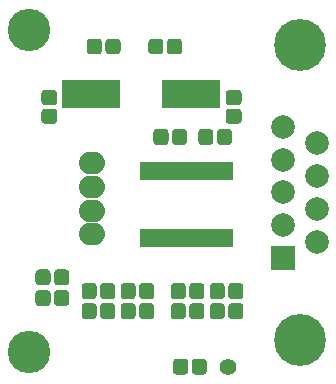
<source format=gts>
G04 #@! TF.GenerationSoftware,KiCad,Pcbnew,(5.1.2)-1*
G04 #@! TF.CreationDate,2019-11-04T01:50:09+09:00*
G04 #@! TF.ProjectId,IR,49522e6b-6963-4616-945f-706362585858,v1.1*
G04 #@! TF.SameCoordinates,Original*
G04 #@! TF.FileFunction,Soldermask,Top*
G04 #@! TF.FilePolarity,Negative*
%FSLAX46Y46*%
G04 Gerber Fmt 4.6, Leading zero omitted, Abs format (unit mm)*
G04 Created by KiCad (PCBNEW (5.1.2)-1) date 2019-11-04 01:50:09*
%MOMM*%
%LPD*%
G04 APERTURE LIST*
%ADD10C,3.600000*%
%ADD11O,2.200000X1.924000*%
%ADD12C,0.050000*%
%ADD13C,1.275000*%
%ADD14R,4.900000X2.400000*%
%ADD15C,1.400000*%
%ADD16R,0.800000X1.500000*%
%ADD17R,2.000000X2.000000*%
%ADD18C,2.000000*%
%ADD19C,4.400000*%
G04 APERTURE END LIST*
D10*
X179900000Y-124000000D03*
X179900000Y-96700000D03*
D11*
X185200000Y-114000000D03*
X185200000Y-112000000D03*
X185200000Y-110000000D03*
X185200000Y-108000000D03*
D12*
G36*
X192975493Y-105076535D02*
G01*
X193006435Y-105081125D01*
X193036778Y-105088725D01*
X193066230Y-105099263D01*
X193094508Y-105112638D01*
X193121338Y-105128719D01*
X193146463Y-105147353D01*
X193169640Y-105168360D01*
X193190647Y-105191537D01*
X193209281Y-105216662D01*
X193225362Y-105243492D01*
X193238737Y-105271770D01*
X193249275Y-105301222D01*
X193256875Y-105331565D01*
X193261465Y-105362507D01*
X193263000Y-105393750D01*
X193263000Y-106106250D01*
X193261465Y-106137493D01*
X193256875Y-106168435D01*
X193249275Y-106198778D01*
X193238737Y-106228230D01*
X193225362Y-106256508D01*
X193209281Y-106283338D01*
X193190647Y-106308463D01*
X193169640Y-106331640D01*
X193146463Y-106352647D01*
X193121338Y-106371281D01*
X193094508Y-106387362D01*
X193066230Y-106400737D01*
X193036778Y-106411275D01*
X193006435Y-106418875D01*
X192975493Y-106423465D01*
X192944250Y-106425000D01*
X192306750Y-106425000D01*
X192275507Y-106423465D01*
X192244565Y-106418875D01*
X192214222Y-106411275D01*
X192184770Y-106400737D01*
X192156492Y-106387362D01*
X192129662Y-106371281D01*
X192104537Y-106352647D01*
X192081360Y-106331640D01*
X192060353Y-106308463D01*
X192041719Y-106283338D01*
X192025638Y-106256508D01*
X192012263Y-106228230D01*
X192001725Y-106198778D01*
X191994125Y-106168435D01*
X191989535Y-106137493D01*
X191988000Y-106106250D01*
X191988000Y-105393750D01*
X191989535Y-105362507D01*
X191994125Y-105331565D01*
X192001725Y-105301222D01*
X192012263Y-105271770D01*
X192025638Y-105243492D01*
X192041719Y-105216662D01*
X192060353Y-105191537D01*
X192081360Y-105168360D01*
X192104537Y-105147353D01*
X192129662Y-105128719D01*
X192156492Y-105112638D01*
X192184770Y-105099263D01*
X192214222Y-105088725D01*
X192244565Y-105081125D01*
X192275507Y-105076535D01*
X192306750Y-105075000D01*
X192944250Y-105075000D01*
X192975493Y-105076535D01*
X192975493Y-105076535D01*
G37*
D13*
X192625500Y-105750000D03*
D12*
G36*
X191400493Y-105076535D02*
G01*
X191431435Y-105081125D01*
X191461778Y-105088725D01*
X191491230Y-105099263D01*
X191519508Y-105112638D01*
X191546338Y-105128719D01*
X191571463Y-105147353D01*
X191594640Y-105168360D01*
X191615647Y-105191537D01*
X191634281Y-105216662D01*
X191650362Y-105243492D01*
X191663737Y-105271770D01*
X191674275Y-105301222D01*
X191681875Y-105331565D01*
X191686465Y-105362507D01*
X191688000Y-105393750D01*
X191688000Y-106106250D01*
X191686465Y-106137493D01*
X191681875Y-106168435D01*
X191674275Y-106198778D01*
X191663737Y-106228230D01*
X191650362Y-106256508D01*
X191634281Y-106283338D01*
X191615647Y-106308463D01*
X191594640Y-106331640D01*
X191571463Y-106352647D01*
X191546338Y-106371281D01*
X191519508Y-106387362D01*
X191491230Y-106400737D01*
X191461778Y-106411275D01*
X191431435Y-106418875D01*
X191400493Y-106423465D01*
X191369250Y-106425000D01*
X190731750Y-106425000D01*
X190700507Y-106423465D01*
X190669565Y-106418875D01*
X190639222Y-106411275D01*
X190609770Y-106400737D01*
X190581492Y-106387362D01*
X190554662Y-106371281D01*
X190529537Y-106352647D01*
X190506360Y-106331640D01*
X190485353Y-106308463D01*
X190466719Y-106283338D01*
X190450638Y-106256508D01*
X190437263Y-106228230D01*
X190426725Y-106198778D01*
X190419125Y-106168435D01*
X190414535Y-106137493D01*
X190413000Y-106106250D01*
X190413000Y-105393750D01*
X190414535Y-105362507D01*
X190419125Y-105331565D01*
X190426725Y-105301222D01*
X190437263Y-105271770D01*
X190450638Y-105243492D01*
X190466719Y-105216662D01*
X190485353Y-105191537D01*
X190506360Y-105168360D01*
X190529537Y-105147353D01*
X190554662Y-105128719D01*
X190581492Y-105112638D01*
X190609770Y-105099263D01*
X190639222Y-105088725D01*
X190669565Y-105081125D01*
X190700507Y-105076535D01*
X190731750Y-105075000D01*
X191369250Y-105075000D01*
X191400493Y-105076535D01*
X191400493Y-105076535D01*
G37*
D13*
X191050500Y-105750000D03*
D12*
G36*
X197587493Y-101788535D02*
G01*
X197618435Y-101793125D01*
X197648778Y-101800725D01*
X197678230Y-101811263D01*
X197706508Y-101824638D01*
X197733338Y-101840719D01*
X197758463Y-101859353D01*
X197781640Y-101880360D01*
X197802647Y-101903537D01*
X197821281Y-101928662D01*
X197837362Y-101955492D01*
X197850737Y-101983770D01*
X197861275Y-102013222D01*
X197868875Y-102043565D01*
X197873465Y-102074507D01*
X197875000Y-102105750D01*
X197875000Y-102743250D01*
X197873465Y-102774493D01*
X197868875Y-102805435D01*
X197861275Y-102835778D01*
X197850737Y-102865230D01*
X197837362Y-102893508D01*
X197821281Y-102920338D01*
X197802647Y-102945463D01*
X197781640Y-102968640D01*
X197758463Y-102989647D01*
X197733338Y-103008281D01*
X197706508Y-103024362D01*
X197678230Y-103037737D01*
X197648778Y-103048275D01*
X197618435Y-103055875D01*
X197587493Y-103060465D01*
X197556250Y-103062000D01*
X196843750Y-103062000D01*
X196812507Y-103060465D01*
X196781565Y-103055875D01*
X196751222Y-103048275D01*
X196721770Y-103037737D01*
X196693492Y-103024362D01*
X196666662Y-103008281D01*
X196641537Y-102989647D01*
X196618360Y-102968640D01*
X196597353Y-102945463D01*
X196578719Y-102920338D01*
X196562638Y-102893508D01*
X196549263Y-102865230D01*
X196538725Y-102835778D01*
X196531125Y-102805435D01*
X196526535Y-102774493D01*
X196525000Y-102743250D01*
X196525000Y-102105750D01*
X196526535Y-102074507D01*
X196531125Y-102043565D01*
X196538725Y-102013222D01*
X196549263Y-101983770D01*
X196562638Y-101955492D01*
X196578719Y-101928662D01*
X196597353Y-101903537D01*
X196618360Y-101880360D01*
X196641537Y-101859353D01*
X196666662Y-101840719D01*
X196693492Y-101824638D01*
X196721770Y-101811263D01*
X196751222Y-101800725D01*
X196781565Y-101793125D01*
X196812507Y-101788535D01*
X196843750Y-101787000D01*
X197556250Y-101787000D01*
X197587493Y-101788535D01*
X197587493Y-101788535D01*
G37*
D13*
X197200000Y-102424500D03*
D12*
G36*
X197587493Y-103363535D02*
G01*
X197618435Y-103368125D01*
X197648778Y-103375725D01*
X197678230Y-103386263D01*
X197706508Y-103399638D01*
X197733338Y-103415719D01*
X197758463Y-103434353D01*
X197781640Y-103455360D01*
X197802647Y-103478537D01*
X197821281Y-103503662D01*
X197837362Y-103530492D01*
X197850737Y-103558770D01*
X197861275Y-103588222D01*
X197868875Y-103618565D01*
X197873465Y-103649507D01*
X197875000Y-103680750D01*
X197875000Y-104318250D01*
X197873465Y-104349493D01*
X197868875Y-104380435D01*
X197861275Y-104410778D01*
X197850737Y-104440230D01*
X197837362Y-104468508D01*
X197821281Y-104495338D01*
X197802647Y-104520463D01*
X197781640Y-104543640D01*
X197758463Y-104564647D01*
X197733338Y-104583281D01*
X197706508Y-104599362D01*
X197678230Y-104612737D01*
X197648778Y-104623275D01*
X197618435Y-104630875D01*
X197587493Y-104635465D01*
X197556250Y-104637000D01*
X196843750Y-104637000D01*
X196812507Y-104635465D01*
X196781565Y-104630875D01*
X196751222Y-104623275D01*
X196721770Y-104612737D01*
X196693492Y-104599362D01*
X196666662Y-104583281D01*
X196641537Y-104564647D01*
X196618360Y-104543640D01*
X196597353Y-104520463D01*
X196578719Y-104495338D01*
X196562638Y-104468508D01*
X196549263Y-104440230D01*
X196538725Y-104410778D01*
X196531125Y-104380435D01*
X196526535Y-104349493D01*
X196525000Y-104318250D01*
X196525000Y-103680750D01*
X196526535Y-103649507D01*
X196531125Y-103618565D01*
X196538725Y-103588222D01*
X196549263Y-103558770D01*
X196562638Y-103530492D01*
X196578719Y-103503662D01*
X196597353Y-103478537D01*
X196618360Y-103455360D01*
X196641537Y-103434353D01*
X196666662Y-103415719D01*
X196693492Y-103399638D01*
X196721770Y-103386263D01*
X196751222Y-103375725D01*
X196781565Y-103368125D01*
X196812507Y-103363535D01*
X196843750Y-103362000D01*
X197556250Y-103362000D01*
X197587493Y-103363535D01*
X197587493Y-103363535D01*
G37*
D13*
X197200000Y-103999500D03*
D12*
G36*
X181987493Y-103363535D02*
G01*
X182018435Y-103368125D01*
X182048778Y-103375725D01*
X182078230Y-103386263D01*
X182106508Y-103399638D01*
X182133338Y-103415719D01*
X182158463Y-103434353D01*
X182181640Y-103455360D01*
X182202647Y-103478537D01*
X182221281Y-103503662D01*
X182237362Y-103530492D01*
X182250737Y-103558770D01*
X182261275Y-103588222D01*
X182268875Y-103618565D01*
X182273465Y-103649507D01*
X182275000Y-103680750D01*
X182275000Y-104318250D01*
X182273465Y-104349493D01*
X182268875Y-104380435D01*
X182261275Y-104410778D01*
X182250737Y-104440230D01*
X182237362Y-104468508D01*
X182221281Y-104495338D01*
X182202647Y-104520463D01*
X182181640Y-104543640D01*
X182158463Y-104564647D01*
X182133338Y-104583281D01*
X182106508Y-104599362D01*
X182078230Y-104612737D01*
X182048778Y-104623275D01*
X182018435Y-104630875D01*
X181987493Y-104635465D01*
X181956250Y-104637000D01*
X181243750Y-104637000D01*
X181212507Y-104635465D01*
X181181565Y-104630875D01*
X181151222Y-104623275D01*
X181121770Y-104612737D01*
X181093492Y-104599362D01*
X181066662Y-104583281D01*
X181041537Y-104564647D01*
X181018360Y-104543640D01*
X180997353Y-104520463D01*
X180978719Y-104495338D01*
X180962638Y-104468508D01*
X180949263Y-104440230D01*
X180938725Y-104410778D01*
X180931125Y-104380435D01*
X180926535Y-104349493D01*
X180925000Y-104318250D01*
X180925000Y-103680750D01*
X180926535Y-103649507D01*
X180931125Y-103618565D01*
X180938725Y-103588222D01*
X180949263Y-103558770D01*
X180962638Y-103530492D01*
X180978719Y-103503662D01*
X180997353Y-103478537D01*
X181018360Y-103455360D01*
X181041537Y-103434353D01*
X181066662Y-103415719D01*
X181093492Y-103399638D01*
X181121770Y-103386263D01*
X181151222Y-103375725D01*
X181181565Y-103368125D01*
X181212507Y-103363535D01*
X181243750Y-103362000D01*
X181956250Y-103362000D01*
X181987493Y-103363535D01*
X181987493Y-103363535D01*
G37*
D13*
X181600000Y-103999500D03*
D12*
G36*
X181987493Y-101788535D02*
G01*
X182018435Y-101793125D01*
X182048778Y-101800725D01*
X182078230Y-101811263D01*
X182106508Y-101824638D01*
X182133338Y-101840719D01*
X182158463Y-101859353D01*
X182181640Y-101880360D01*
X182202647Y-101903537D01*
X182221281Y-101928662D01*
X182237362Y-101955492D01*
X182250737Y-101983770D01*
X182261275Y-102013222D01*
X182268875Y-102043565D01*
X182273465Y-102074507D01*
X182275000Y-102105750D01*
X182275000Y-102743250D01*
X182273465Y-102774493D01*
X182268875Y-102805435D01*
X182261275Y-102835778D01*
X182250737Y-102865230D01*
X182237362Y-102893508D01*
X182221281Y-102920338D01*
X182202647Y-102945463D01*
X182181640Y-102968640D01*
X182158463Y-102989647D01*
X182133338Y-103008281D01*
X182106508Y-103024362D01*
X182078230Y-103037737D01*
X182048778Y-103048275D01*
X182018435Y-103055875D01*
X181987493Y-103060465D01*
X181956250Y-103062000D01*
X181243750Y-103062000D01*
X181212507Y-103060465D01*
X181181565Y-103055875D01*
X181151222Y-103048275D01*
X181121770Y-103037737D01*
X181093492Y-103024362D01*
X181066662Y-103008281D01*
X181041537Y-102989647D01*
X181018360Y-102968640D01*
X180997353Y-102945463D01*
X180978719Y-102920338D01*
X180962638Y-102893508D01*
X180949263Y-102865230D01*
X180938725Y-102835778D01*
X180931125Y-102805435D01*
X180926535Y-102774493D01*
X180925000Y-102743250D01*
X180925000Y-102105750D01*
X180926535Y-102074507D01*
X180931125Y-102043565D01*
X180938725Y-102013222D01*
X180949263Y-101983770D01*
X180962638Y-101955492D01*
X180978719Y-101928662D01*
X180997353Y-101903537D01*
X181018360Y-101880360D01*
X181041537Y-101859353D01*
X181066662Y-101840719D01*
X181093492Y-101824638D01*
X181121770Y-101811263D01*
X181151222Y-101800725D01*
X181181565Y-101793125D01*
X181212507Y-101788535D01*
X181243750Y-101787000D01*
X181956250Y-101787000D01*
X181987493Y-101788535D01*
X181987493Y-101788535D01*
G37*
D13*
X181600000Y-102424500D03*
D12*
G36*
X187337493Y-97426535D02*
G01*
X187368435Y-97431125D01*
X187398778Y-97438725D01*
X187428230Y-97449263D01*
X187456508Y-97462638D01*
X187483338Y-97478719D01*
X187508463Y-97497353D01*
X187531640Y-97518360D01*
X187552647Y-97541537D01*
X187571281Y-97566662D01*
X187587362Y-97593492D01*
X187600737Y-97621770D01*
X187611275Y-97651222D01*
X187618875Y-97681565D01*
X187623465Y-97712507D01*
X187625000Y-97743750D01*
X187625000Y-98456250D01*
X187623465Y-98487493D01*
X187618875Y-98518435D01*
X187611275Y-98548778D01*
X187600737Y-98578230D01*
X187587362Y-98606508D01*
X187571281Y-98633338D01*
X187552647Y-98658463D01*
X187531640Y-98681640D01*
X187508463Y-98702647D01*
X187483338Y-98721281D01*
X187456508Y-98737362D01*
X187428230Y-98750737D01*
X187398778Y-98761275D01*
X187368435Y-98768875D01*
X187337493Y-98773465D01*
X187306250Y-98775000D01*
X186668750Y-98775000D01*
X186637507Y-98773465D01*
X186606565Y-98768875D01*
X186576222Y-98761275D01*
X186546770Y-98750737D01*
X186518492Y-98737362D01*
X186491662Y-98721281D01*
X186466537Y-98702647D01*
X186443360Y-98681640D01*
X186422353Y-98658463D01*
X186403719Y-98633338D01*
X186387638Y-98606508D01*
X186374263Y-98578230D01*
X186363725Y-98548778D01*
X186356125Y-98518435D01*
X186351535Y-98487493D01*
X186350000Y-98456250D01*
X186350000Y-97743750D01*
X186351535Y-97712507D01*
X186356125Y-97681565D01*
X186363725Y-97651222D01*
X186374263Y-97621770D01*
X186387638Y-97593492D01*
X186403719Y-97566662D01*
X186422353Y-97541537D01*
X186443360Y-97518360D01*
X186466537Y-97497353D01*
X186491662Y-97478719D01*
X186518492Y-97462638D01*
X186546770Y-97449263D01*
X186576222Y-97438725D01*
X186606565Y-97431125D01*
X186637507Y-97426535D01*
X186668750Y-97425000D01*
X187306250Y-97425000D01*
X187337493Y-97426535D01*
X187337493Y-97426535D01*
G37*
D13*
X186987500Y-98100000D03*
D12*
G36*
X185762493Y-97426535D02*
G01*
X185793435Y-97431125D01*
X185823778Y-97438725D01*
X185853230Y-97449263D01*
X185881508Y-97462638D01*
X185908338Y-97478719D01*
X185933463Y-97497353D01*
X185956640Y-97518360D01*
X185977647Y-97541537D01*
X185996281Y-97566662D01*
X186012362Y-97593492D01*
X186025737Y-97621770D01*
X186036275Y-97651222D01*
X186043875Y-97681565D01*
X186048465Y-97712507D01*
X186050000Y-97743750D01*
X186050000Y-98456250D01*
X186048465Y-98487493D01*
X186043875Y-98518435D01*
X186036275Y-98548778D01*
X186025737Y-98578230D01*
X186012362Y-98606508D01*
X185996281Y-98633338D01*
X185977647Y-98658463D01*
X185956640Y-98681640D01*
X185933463Y-98702647D01*
X185908338Y-98721281D01*
X185881508Y-98737362D01*
X185853230Y-98750737D01*
X185823778Y-98761275D01*
X185793435Y-98768875D01*
X185762493Y-98773465D01*
X185731250Y-98775000D01*
X185093750Y-98775000D01*
X185062507Y-98773465D01*
X185031565Y-98768875D01*
X185001222Y-98761275D01*
X184971770Y-98750737D01*
X184943492Y-98737362D01*
X184916662Y-98721281D01*
X184891537Y-98702647D01*
X184868360Y-98681640D01*
X184847353Y-98658463D01*
X184828719Y-98633338D01*
X184812638Y-98606508D01*
X184799263Y-98578230D01*
X184788725Y-98548778D01*
X184781125Y-98518435D01*
X184776535Y-98487493D01*
X184775000Y-98456250D01*
X184775000Y-97743750D01*
X184776535Y-97712507D01*
X184781125Y-97681565D01*
X184788725Y-97651222D01*
X184799263Y-97621770D01*
X184812638Y-97593492D01*
X184828719Y-97566662D01*
X184847353Y-97541537D01*
X184868360Y-97518360D01*
X184891537Y-97497353D01*
X184916662Y-97478719D01*
X184943492Y-97462638D01*
X184971770Y-97449263D01*
X185001222Y-97438725D01*
X185031565Y-97431125D01*
X185062507Y-97426535D01*
X185093750Y-97425000D01*
X185731250Y-97425000D01*
X185762493Y-97426535D01*
X185762493Y-97426535D01*
G37*
D13*
X185412500Y-98100000D03*
D12*
G36*
X188612493Y-119826535D02*
G01*
X188643435Y-119831125D01*
X188673778Y-119838725D01*
X188703230Y-119849263D01*
X188731508Y-119862638D01*
X188758338Y-119878719D01*
X188783463Y-119897353D01*
X188806640Y-119918360D01*
X188827647Y-119941537D01*
X188846281Y-119966662D01*
X188862362Y-119993492D01*
X188875737Y-120021770D01*
X188886275Y-120051222D01*
X188893875Y-120081565D01*
X188898465Y-120112507D01*
X188900000Y-120143750D01*
X188900000Y-120856250D01*
X188898465Y-120887493D01*
X188893875Y-120918435D01*
X188886275Y-120948778D01*
X188875737Y-120978230D01*
X188862362Y-121006508D01*
X188846281Y-121033338D01*
X188827647Y-121058463D01*
X188806640Y-121081640D01*
X188783463Y-121102647D01*
X188758338Y-121121281D01*
X188731508Y-121137362D01*
X188703230Y-121150737D01*
X188673778Y-121161275D01*
X188643435Y-121168875D01*
X188612493Y-121173465D01*
X188581250Y-121175000D01*
X187943750Y-121175000D01*
X187912507Y-121173465D01*
X187881565Y-121168875D01*
X187851222Y-121161275D01*
X187821770Y-121150737D01*
X187793492Y-121137362D01*
X187766662Y-121121281D01*
X187741537Y-121102647D01*
X187718360Y-121081640D01*
X187697353Y-121058463D01*
X187678719Y-121033338D01*
X187662638Y-121006508D01*
X187649263Y-120978230D01*
X187638725Y-120948778D01*
X187631125Y-120918435D01*
X187626535Y-120887493D01*
X187625000Y-120856250D01*
X187625000Y-120143750D01*
X187626535Y-120112507D01*
X187631125Y-120081565D01*
X187638725Y-120051222D01*
X187649263Y-120021770D01*
X187662638Y-119993492D01*
X187678719Y-119966662D01*
X187697353Y-119941537D01*
X187718360Y-119918360D01*
X187741537Y-119897353D01*
X187766662Y-119878719D01*
X187793492Y-119862638D01*
X187821770Y-119849263D01*
X187851222Y-119838725D01*
X187881565Y-119831125D01*
X187912507Y-119826535D01*
X187943750Y-119825000D01*
X188581250Y-119825000D01*
X188612493Y-119826535D01*
X188612493Y-119826535D01*
G37*
D13*
X188262500Y-120500000D03*
D12*
G36*
X190187493Y-119826535D02*
G01*
X190218435Y-119831125D01*
X190248778Y-119838725D01*
X190278230Y-119849263D01*
X190306508Y-119862638D01*
X190333338Y-119878719D01*
X190358463Y-119897353D01*
X190381640Y-119918360D01*
X190402647Y-119941537D01*
X190421281Y-119966662D01*
X190437362Y-119993492D01*
X190450737Y-120021770D01*
X190461275Y-120051222D01*
X190468875Y-120081565D01*
X190473465Y-120112507D01*
X190475000Y-120143750D01*
X190475000Y-120856250D01*
X190473465Y-120887493D01*
X190468875Y-120918435D01*
X190461275Y-120948778D01*
X190450737Y-120978230D01*
X190437362Y-121006508D01*
X190421281Y-121033338D01*
X190402647Y-121058463D01*
X190381640Y-121081640D01*
X190358463Y-121102647D01*
X190333338Y-121121281D01*
X190306508Y-121137362D01*
X190278230Y-121150737D01*
X190248778Y-121161275D01*
X190218435Y-121168875D01*
X190187493Y-121173465D01*
X190156250Y-121175000D01*
X189518750Y-121175000D01*
X189487507Y-121173465D01*
X189456565Y-121168875D01*
X189426222Y-121161275D01*
X189396770Y-121150737D01*
X189368492Y-121137362D01*
X189341662Y-121121281D01*
X189316537Y-121102647D01*
X189293360Y-121081640D01*
X189272353Y-121058463D01*
X189253719Y-121033338D01*
X189237638Y-121006508D01*
X189224263Y-120978230D01*
X189213725Y-120948778D01*
X189206125Y-120918435D01*
X189201535Y-120887493D01*
X189200000Y-120856250D01*
X189200000Y-120143750D01*
X189201535Y-120112507D01*
X189206125Y-120081565D01*
X189213725Y-120051222D01*
X189224263Y-120021770D01*
X189237638Y-119993492D01*
X189253719Y-119966662D01*
X189272353Y-119941537D01*
X189293360Y-119918360D01*
X189316537Y-119897353D01*
X189341662Y-119878719D01*
X189368492Y-119862638D01*
X189396770Y-119849263D01*
X189426222Y-119838725D01*
X189456565Y-119831125D01*
X189487507Y-119826535D01*
X189518750Y-119825000D01*
X190156250Y-119825000D01*
X190187493Y-119826535D01*
X190187493Y-119826535D01*
G37*
D13*
X189837500Y-120500000D03*
D12*
G36*
X186887493Y-119826535D02*
G01*
X186918435Y-119831125D01*
X186948778Y-119838725D01*
X186978230Y-119849263D01*
X187006508Y-119862638D01*
X187033338Y-119878719D01*
X187058463Y-119897353D01*
X187081640Y-119918360D01*
X187102647Y-119941537D01*
X187121281Y-119966662D01*
X187137362Y-119993492D01*
X187150737Y-120021770D01*
X187161275Y-120051222D01*
X187168875Y-120081565D01*
X187173465Y-120112507D01*
X187175000Y-120143750D01*
X187175000Y-120856250D01*
X187173465Y-120887493D01*
X187168875Y-120918435D01*
X187161275Y-120948778D01*
X187150737Y-120978230D01*
X187137362Y-121006508D01*
X187121281Y-121033338D01*
X187102647Y-121058463D01*
X187081640Y-121081640D01*
X187058463Y-121102647D01*
X187033338Y-121121281D01*
X187006508Y-121137362D01*
X186978230Y-121150737D01*
X186948778Y-121161275D01*
X186918435Y-121168875D01*
X186887493Y-121173465D01*
X186856250Y-121175000D01*
X186218750Y-121175000D01*
X186187507Y-121173465D01*
X186156565Y-121168875D01*
X186126222Y-121161275D01*
X186096770Y-121150737D01*
X186068492Y-121137362D01*
X186041662Y-121121281D01*
X186016537Y-121102647D01*
X185993360Y-121081640D01*
X185972353Y-121058463D01*
X185953719Y-121033338D01*
X185937638Y-121006508D01*
X185924263Y-120978230D01*
X185913725Y-120948778D01*
X185906125Y-120918435D01*
X185901535Y-120887493D01*
X185900000Y-120856250D01*
X185900000Y-120143750D01*
X185901535Y-120112507D01*
X185906125Y-120081565D01*
X185913725Y-120051222D01*
X185924263Y-120021770D01*
X185937638Y-119993492D01*
X185953719Y-119966662D01*
X185972353Y-119941537D01*
X185993360Y-119918360D01*
X186016537Y-119897353D01*
X186041662Y-119878719D01*
X186068492Y-119862638D01*
X186096770Y-119849263D01*
X186126222Y-119838725D01*
X186156565Y-119831125D01*
X186187507Y-119826535D01*
X186218750Y-119825000D01*
X186856250Y-119825000D01*
X186887493Y-119826535D01*
X186887493Y-119826535D01*
G37*
D13*
X186537500Y-120500000D03*
D12*
G36*
X185312493Y-119826535D02*
G01*
X185343435Y-119831125D01*
X185373778Y-119838725D01*
X185403230Y-119849263D01*
X185431508Y-119862638D01*
X185458338Y-119878719D01*
X185483463Y-119897353D01*
X185506640Y-119918360D01*
X185527647Y-119941537D01*
X185546281Y-119966662D01*
X185562362Y-119993492D01*
X185575737Y-120021770D01*
X185586275Y-120051222D01*
X185593875Y-120081565D01*
X185598465Y-120112507D01*
X185600000Y-120143750D01*
X185600000Y-120856250D01*
X185598465Y-120887493D01*
X185593875Y-120918435D01*
X185586275Y-120948778D01*
X185575737Y-120978230D01*
X185562362Y-121006508D01*
X185546281Y-121033338D01*
X185527647Y-121058463D01*
X185506640Y-121081640D01*
X185483463Y-121102647D01*
X185458338Y-121121281D01*
X185431508Y-121137362D01*
X185403230Y-121150737D01*
X185373778Y-121161275D01*
X185343435Y-121168875D01*
X185312493Y-121173465D01*
X185281250Y-121175000D01*
X184643750Y-121175000D01*
X184612507Y-121173465D01*
X184581565Y-121168875D01*
X184551222Y-121161275D01*
X184521770Y-121150737D01*
X184493492Y-121137362D01*
X184466662Y-121121281D01*
X184441537Y-121102647D01*
X184418360Y-121081640D01*
X184397353Y-121058463D01*
X184378719Y-121033338D01*
X184362638Y-121006508D01*
X184349263Y-120978230D01*
X184338725Y-120948778D01*
X184331125Y-120918435D01*
X184326535Y-120887493D01*
X184325000Y-120856250D01*
X184325000Y-120143750D01*
X184326535Y-120112507D01*
X184331125Y-120081565D01*
X184338725Y-120051222D01*
X184349263Y-120021770D01*
X184362638Y-119993492D01*
X184378719Y-119966662D01*
X184397353Y-119941537D01*
X184418360Y-119918360D01*
X184441537Y-119897353D01*
X184466662Y-119878719D01*
X184493492Y-119862638D01*
X184521770Y-119849263D01*
X184551222Y-119838725D01*
X184581565Y-119831125D01*
X184612507Y-119826535D01*
X184643750Y-119825000D01*
X185281250Y-119825000D01*
X185312493Y-119826535D01*
X185312493Y-119826535D01*
G37*
D13*
X184962500Y-120500000D03*
D12*
G36*
X197737493Y-118126535D02*
G01*
X197768435Y-118131125D01*
X197798778Y-118138725D01*
X197828230Y-118149263D01*
X197856508Y-118162638D01*
X197883338Y-118178719D01*
X197908463Y-118197353D01*
X197931640Y-118218360D01*
X197952647Y-118241537D01*
X197971281Y-118266662D01*
X197987362Y-118293492D01*
X198000737Y-118321770D01*
X198011275Y-118351222D01*
X198018875Y-118381565D01*
X198023465Y-118412507D01*
X198025000Y-118443750D01*
X198025000Y-119156250D01*
X198023465Y-119187493D01*
X198018875Y-119218435D01*
X198011275Y-119248778D01*
X198000737Y-119278230D01*
X197987362Y-119306508D01*
X197971281Y-119333338D01*
X197952647Y-119358463D01*
X197931640Y-119381640D01*
X197908463Y-119402647D01*
X197883338Y-119421281D01*
X197856508Y-119437362D01*
X197828230Y-119450737D01*
X197798778Y-119461275D01*
X197768435Y-119468875D01*
X197737493Y-119473465D01*
X197706250Y-119475000D01*
X197068750Y-119475000D01*
X197037507Y-119473465D01*
X197006565Y-119468875D01*
X196976222Y-119461275D01*
X196946770Y-119450737D01*
X196918492Y-119437362D01*
X196891662Y-119421281D01*
X196866537Y-119402647D01*
X196843360Y-119381640D01*
X196822353Y-119358463D01*
X196803719Y-119333338D01*
X196787638Y-119306508D01*
X196774263Y-119278230D01*
X196763725Y-119248778D01*
X196756125Y-119218435D01*
X196751535Y-119187493D01*
X196750000Y-119156250D01*
X196750000Y-118443750D01*
X196751535Y-118412507D01*
X196756125Y-118381565D01*
X196763725Y-118351222D01*
X196774263Y-118321770D01*
X196787638Y-118293492D01*
X196803719Y-118266662D01*
X196822353Y-118241537D01*
X196843360Y-118218360D01*
X196866537Y-118197353D01*
X196891662Y-118178719D01*
X196918492Y-118162638D01*
X196946770Y-118149263D01*
X196976222Y-118138725D01*
X197006565Y-118131125D01*
X197037507Y-118126535D01*
X197068750Y-118125000D01*
X197706250Y-118125000D01*
X197737493Y-118126535D01*
X197737493Y-118126535D01*
G37*
D13*
X197387500Y-118800000D03*
D12*
G36*
X196162493Y-118126535D02*
G01*
X196193435Y-118131125D01*
X196223778Y-118138725D01*
X196253230Y-118149263D01*
X196281508Y-118162638D01*
X196308338Y-118178719D01*
X196333463Y-118197353D01*
X196356640Y-118218360D01*
X196377647Y-118241537D01*
X196396281Y-118266662D01*
X196412362Y-118293492D01*
X196425737Y-118321770D01*
X196436275Y-118351222D01*
X196443875Y-118381565D01*
X196448465Y-118412507D01*
X196450000Y-118443750D01*
X196450000Y-119156250D01*
X196448465Y-119187493D01*
X196443875Y-119218435D01*
X196436275Y-119248778D01*
X196425737Y-119278230D01*
X196412362Y-119306508D01*
X196396281Y-119333338D01*
X196377647Y-119358463D01*
X196356640Y-119381640D01*
X196333463Y-119402647D01*
X196308338Y-119421281D01*
X196281508Y-119437362D01*
X196253230Y-119450737D01*
X196223778Y-119461275D01*
X196193435Y-119468875D01*
X196162493Y-119473465D01*
X196131250Y-119475000D01*
X195493750Y-119475000D01*
X195462507Y-119473465D01*
X195431565Y-119468875D01*
X195401222Y-119461275D01*
X195371770Y-119450737D01*
X195343492Y-119437362D01*
X195316662Y-119421281D01*
X195291537Y-119402647D01*
X195268360Y-119381640D01*
X195247353Y-119358463D01*
X195228719Y-119333338D01*
X195212638Y-119306508D01*
X195199263Y-119278230D01*
X195188725Y-119248778D01*
X195181125Y-119218435D01*
X195176535Y-119187493D01*
X195175000Y-119156250D01*
X195175000Y-118443750D01*
X195176535Y-118412507D01*
X195181125Y-118381565D01*
X195188725Y-118351222D01*
X195199263Y-118321770D01*
X195212638Y-118293492D01*
X195228719Y-118266662D01*
X195247353Y-118241537D01*
X195268360Y-118218360D01*
X195291537Y-118197353D01*
X195316662Y-118178719D01*
X195343492Y-118162638D01*
X195371770Y-118149263D01*
X195401222Y-118138725D01*
X195431565Y-118131125D01*
X195462507Y-118126535D01*
X195493750Y-118125000D01*
X196131250Y-118125000D01*
X196162493Y-118126535D01*
X196162493Y-118126535D01*
G37*
D13*
X195812500Y-118800000D03*
D12*
G36*
X192862493Y-118126535D02*
G01*
X192893435Y-118131125D01*
X192923778Y-118138725D01*
X192953230Y-118149263D01*
X192981508Y-118162638D01*
X193008338Y-118178719D01*
X193033463Y-118197353D01*
X193056640Y-118218360D01*
X193077647Y-118241537D01*
X193096281Y-118266662D01*
X193112362Y-118293492D01*
X193125737Y-118321770D01*
X193136275Y-118351222D01*
X193143875Y-118381565D01*
X193148465Y-118412507D01*
X193150000Y-118443750D01*
X193150000Y-119156250D01*
X193148465Y-119187493D01*
X193143875Y-119218435D01*
X193136275Y-119248778D01*
X193125737Y-119278230D01*
X193112362Y-119306508D01*
X193096281Y-119333338D01*
X193077647Y-119358463D01*
X193056640Y-119381640D01*
X193033463Y-119402647D01*
X193008338Y-119421281D01*
X192981508Y-119437362D01*
X192953230Y-119450737D01*
X192923778Y-119461275D01*
X192893435Y-119468875D01*
X192862493Y-119473465D01*
X192831250Y-119475000D01*
X192193750Y-119475000D01*
X192162507Y-119473465D01*
X192131565Y-119468875D01*
X192101222Y-119461275D01*
X192071770Y-119450737D01*
X192043492Y-119437362D01*
X192016662Y-119421281D01*
X191991537Y-119402647D01*
X191968360Y-119381640D01*
X191947353Y-119358463D01*
X191928719Y-119333338D01*
X191912638Y-119306508D01*
X191899263Y-119278230D01*
X191888725Y-119248778D01*
X191881125Y-119218435D01*
X191876535Y-119187493D01*
X191875000Y-119156250D01*
X191875000Y-118443750D01*
X191876535Y-118412507D01*
X191881125Y-118381565D01*
X191888725Y-118351222D01*
X191899263Y-118321770D01*
X191912638Y-118293492D01*
X191928719Y-118266662D01*
X191947353Y-118241537D01*
X191968360Y-118218360D01*
X191991537Y-118197353D01*
X192016662Y-118178719D01*
X192043492Y-118162638D01*
X192071770Y-118149263D01*
X192101222Y-118138725D01*
X192131565Y-118131125D01*
X192162507Y-118126535D01*
X192193750Y-118125000D01*
X192831250Y-118125000D01*
X192862493Y-118126535D01*
X192862493Y-118126535D01*
G37*
D13*
X192512500Y-118800000D03*
D12*
G36*
X194437493Y-118126535D02*
G01*
X194468435Y-118131125D01*
X194498778Y-118138725D01*
X194528230Y-118149263D01*
X194556508Y-118162638D01*
X194583338Y-118178719D01*
X194608463Y-118197353D01*
X194631640Y-118218360D01*
X194652647Y-118241537D01*
X194671281Y-118266662D01*
X194687362Y-118293492D01*
X194700737Y-118321770D01*
X194711275Y-118351222D01*
X194718875Y-118381565D01*
X194723465Y-118412507D01*
X194725000Y-118443750D01*
X194725000Y-119156250D01*
X194723465Y-119187493D01*
X194718875Y-119218435D01*
X194711275Y-119248778D01*
X194700737Y-119278230D01*
X194687362Y-119306508D01*
X194671281Y-119333338D01*
X194652647Y-119358463D01*
X194631640Y-119381640D01*
X194608463Y-119402647D01*
X194583338Y-119421281D01*
X194556508Y-119437362D01*
X194528230Y-119450737D01*
X194498778Y-119461275D01*
X194468435Y-119468875D01*
X194437493Y-119473465D01*
X194406250Y-119475000D01*
X193768750Y-119475000D01*
X193737507Y-119473465D01*
X193706565Y-119468875D01*
X193676222Y-119461275D01*
X193646770Y-119450737D01*
X193618492Y-119437362D01*
X193591662Y-119421281D01*
X193566537Y-119402647D01*
X193543360Y-119381640D01*
X193522353Y-119358463D01*
X193503719Y-119333338D01*
X193487638Y-119306508D01*
X193474263Y-119278230D01*
X193463725Y-119248778D01*
X193456125Y-119218435D01*
X193451535Y-119187493D01*
X193450000Y-119156250D01*
X193450000Y-118443750D01*
X193451535Y-118412507D01*
X193456125Y-118381565D01*
X193463725Y-118351222D01*
X193474263Y-118321770D01*
X193487638Y-118293492D01*
X193503719Y-118266662D01*
X193522353Y-118241537D01*
X193543360Y-118218360D01*
X193566537Y-118197353D01*
X193591662Y-118178719D01*
X193618492Y-118162638D01*
X193646770Y-118149263D01*
X193676222Y-118138725D01*
X193706565Y-118131125D01*
X193737507Y-118126535D01*
X193768750Y-118125000D01*
X194406250Y-118125000D01*
X194437493Y-118126535D01*
X194437493Y-118126535D01*
G37*
D13*
X194087500Y-118800000D03*
D12*
G36*
X182987493Y-116976535D02*
G01*
X183018435Y-116981125D01*
X183048778Y-116988725D01*
X183078230Y-116999263D01*
X183106508Y-117012638D01*
X183133338Y-117028719D01*
X183158463Y-117047353D01*
X183181640Y-117068360D01*
X183202647Y-117091537D01*
X183221281Y-117116662D01*
X183237362Y-117143492D01*
X183250737Y-117171770D01*
X183261275Y-117201222D01*
X183268875Y-117231565D01*
X183273465Y-117262507D01*
X183275000Y-117293750D01*
X183275000Y-118006250D01*
X183273465Y-118037493D01*
X183268875Y-118068435D01*
X183261275Y-118098778D01*
X183250737Y-118128230D01*
X183237362Y-118156508D01*
X183221281Y-118183338D01*
X183202647Y-118208463D01*
X183181640Y-118231640D01*
X183158463Y-118252647D01*
X183133338Y-118271281D01*
X183106508Y-118287362D01*
X183078230Y-118300737D01*
X183048778Y-118311275D01*
X183018435Y-118318875D01*
X182987493Y-118323465D01*
X182956250Y-118325000D01*
X182318750Y-118325000D01*
X182287507Y-118323465D01*
X182256565Y-118318875D01*
X182226222Y-118311275D01*
X182196770Y-118300737D01*
X182168492Y-118287362D01*
X182141662Y-118271281D01*
X182116537Y-118252647D01*
X182093360Y-118231640D01*
X182072353Y-118208463D01*
X182053719Y-118183338D01*
X182037638Y-118156508D01*
X182024263Y-118128230D01*
X182013725Y-118098778D01*
X182006125Y-118068435D01*
X182001535Y-118037493D01*
X182000000Y-118006250D01*
X182000000Y-117293750D01*
X182001535Y-117262507D01*
X182006125Y-117231565D01*
X182013725Y-117201222D01*
X182024263Y-117171770D01*
X182037638Y-117143492D01*
X182053719Y-117116662D01*
X182072353Y-117091537D01*
X182093360Y-117068360D01*
X182116537Y-117047353D01*
X182141662Y-117028719D01*
X182168492Y-117012638D01*
X182196770Y-116999263D01*
X182226222Y-116988725D01*
X182256565Y-116981125D01*
X182287507Y-116976535D01*
X182318750Y-116975000D01*
X182956250Y-116975000D01*
X182987493Y-116976535D01*
X182987493Y-116976535D01*
G37*
D13*
X182637500Y-117650000D03*
D12*
G36*
X181412493Y-116976535D02*
G01*
X181443435Y-116981125D01*
X181473778Y-116988725D01*
X181503230Y-116999263D01*
X181531508Y-117012638D01*
X181558338Y-117028719D01*
X181583463Y-117047353D01*
X181606640Y-117068360D01*
X181627647Y-117091537D01*
X181646281Y-117116662D01*
X181662362Y-117143492D01*
X181675737Y-117171770D01*
X181686275Y-117201222D01*
X181693875Y-117231565D01*
X181698465Y-117262507D01*
X181700000Y-117293750D01*
X181700000Y-118006250D01*
X181698465Y-118037493D01*
X181693875Y-118068435D01*
X181686275Y-118098778D01*
X181675737Y-118128230D01*
X181662362Y-118156508D01*
X181646281Y-118183338D01*
X181627647Y-118208463D01*
X181606640Y-118231640D01*
X181583463Y-118252647D01*
X181558338Y-118271281D01*
X181531508Y-118287362D01*
X181503230Y-118300737D01*
X181473778Y-118311275D01*
X181443435Y-118318875D01*
X181412493Y-118323465D01*
X181381250Y-118325000D01*
X180743750Y-118325000D01*
X180712507Y-118323465D01*
X180681565Y-118318875D01*
X180651222Y-118311275D01*
X180621770Y-118300737D01*
X180593492Y-118287362D01*
X180566662Y-118271281D01*
X180541537Y-118252647D01*
X180518360Y-118231640D01*
X180497353Y-118208463D01*
X180478719Y-118183338D01*
X180462638Y-118156508D01*
X180449263Y-118128230D01*
X180438725Y-118098778D01*
X180431125Y-118068435D01*
X180426535Y-118037493D01*
X180425000Y-118006250D01*
X180425000Y-117293750D01*
X180426535Y-117262507D01*
X180431125Y-117231565D01*
X180438725Y-117201222D01*
X180449263Y-117171770D01*
X180462638Y-117143492D01*
X180478719Y-117116662D01*
X180497353Y-117091537D01*
X180518360Y-117068360D01*
X180541537Y-117047353D01*
X180566662Y-117028719D01*
X180593492Y-117012638D01*
X180621770Y-116999263D01*
X180651222Y-116988725D01*
X180681565Y-116981125D01*
X180712507Y-116976535D01*
X180743750Y-116975000D01*
X181381250Y-116975000D01*
X181412493Y-116976535D01*
X181412493Y-116976535D01*
G37*
D13*
X181062500Y-117650000D03*
D12*
G36*
X188612493Y-118126535D02*
G01*
X188643435Y-118131125D01*
X188673778Y-118138725D01*
X188703230Y-118149263D01*
X188731508Y-118162638D01*
X188758338Y-118178719D01*
X188783463Y-118197353D01*
X188806640Y-118218360D01*
X188827647Y-118241537D01*
X188846281Y-118266662D01*
X188862362Y-118293492D01*
X188875737Y-118321770D01*
X188886275Y-118351222D01*
X188893875Y-118381565D01*
X188898465Y-118412507D01*
X188900000Y-118443750D01*
X188900000Y-119156250D01*
X188898465Y-119187493D01*
X188893875Y-119218435D01*
X188886275Y-119248778D01*
X188875737Y-119278230D01*
X188862362Y-119306508D01*
X188846281Y-119333338D01*
X188827647Y-119358463D01*
X188806640Y-119381640D01*
X188783463Y-119402647D01*
X188758338Y-119421281D01*
X188731508Y-119437362D01*
X188703230Y-119450737D01*
X188673778Y-119461275D01*
X188643435Y-119468875D01*
X188612493Y-119473465D01*
X188581250Y-119475000D01*
X187943750Y-119475000D01*
X187912507Y-119473465D01*
X187881565Y-119468875D01*
X187851222Y-119461275D01*
X187821770Y-119450737D01*
X187793492Y-119437362D01*
X187766662Y-119421281D01*
X187741537Y-119402647D01*
X187718360Y-119381640D01*
X187697353Y-119358463D01*
X187678719Y-119333338D01*
X187662638Y-119306508D01*
X187649263Y-119278230D01*
X187638725Y-119248778D01*
X187631125Y-119218435D01*
X187626535Y-119187493D01*
X187625000Y-119156250D01*
X187625000Y-118443750D01*
X187626535Y-118412507D01*
X187631125Y-118381565D01*
X187638725Y-118351222D01*
X187649263Y-118321770D01*
X187662638Y-118293492D01*
X187678719Y-118266662D01*
X187697353Y-118241537D01*
X187718360Y-118218360D01*
X187741537Y-118197353D01*
X187766662Y-118178719D01*
X187793492Y-118162638D01*
X187821770Y-118149263D01*
X187851222Y-118138725D01*
X187881565Y-118131125D01*
X187912507Y-118126535D01*
X187943750Y-118125000D01*
X188581250Y-118125000D01*
X188612493Y-118126535D01*
X188612493Y-118126535D01*
G37*
D13*
X188262500Y-118800000D03*
D12*
G36*
X190187493Y-118126535D02*
G01*
X190218435Y-118131125D01*
X190248778Y-118138725D01*
X190278230Y-118149263D01*
X190306508Y-118162638D01*
X190333338Y-118178719D01*
X190358463Y-118197353D01*
X190381640Y-118218360D01*
X190402647Y-118241537D01*
X190421281Y-118266662D01*
X190437362Y-118293492D01*
X190450737Y-118321770D01*
X190461275Y-118351222D01*
X190468875Y-118381565D01*
X190473465Y-118412507D01*
X190475000Y-118443750D01*
X190475000Y-119156250D01*
X190473465Y-119187493D01*
X190468875Y-119218435D01*
X190461275Y-119248778D01*
X190450737Y-119278230D01*
X190437362Y-119306508D01*
X190421281Y-119333338D01*
X190402647Y-119358463D01*
X190381640Y-119381640D01*
X190358463Y-119402647D01*
X190333338Y-119421281D01*
X190306508Y-119437362D01*
X190278230Y-119450737D01*
X190248778Y-119461275D01*
X190218435Y-119468875D01*
X190187493Y-119473465D01*
X190156250Y-119475000D01*
X189518750Y-119475000D01*
X189487507Y-119473465D01*
X189456565Y-119468875D01*
X189426222Y-119461275D01*
X189396770Y-119450737D01*
X189368492Y-119437362D01*
X189341662Y-119421281D01*
X189316537Y-119402647D01*
X189293360Y-119381640D01*
X189272353Y-119358463D01*
X189253719Y-119333338D01*
X189237638Y-119306508D01*
X189224263Y-119278230D01*
X189213725Y-119248778D01*
X189206125Y-119218435D01*
X189201535Y-119187493D01*
X189200000Y-119156250D01*
X189200000Y-118443750D01*
X189201535Y-118412507D01*
X189206125Y-118381565D01*
X189213725Y-118351222D01*
X189224263Y-118321770D01*
X189237638Y-118293492D01*
X189253719Y-118266662D01*
X189272353Y-118241537D01*
X189293360Y-118218360D01*
X189316537Y-118197353D01*
X189341662Y-118178719D01*
X189368492Y-118162638D01*
X189396770Y-118149263D01*
X189426222Y-118138725D01*
X189456565Y-118131125D01*
X189487507Y-118126535D01*
X189518750Y-118125000D01*
X190156250Y-118125000D01*
X190187493Y-118126535D01*
X190187493Y-118126535D01*
G37*
D13*
X189837500Y-118800000D03*
D12*
G36*
X186887493Y-118126535D02*
G01*
X186918435Y-118131125D01*
X186948778Y-118138725D01*
X186978230Y-118149263D01*
X187006508Y-118162638D01*
X187033338Y-118178719D01*
X187058463Y-118197353D01*
X187081640Y-118218360D01*
X187102647Y-118241537D01*
X187121281Y-118266662D01*
X187137362Y-118293492D01*
X187150737Y-118321770D01*
X187161275Y-118351222D01*
X187168875Y-118381565D01*
X187173465Y-118412507D01*
X187175000Y-118443750D01*
X187175000Y-119156250D01*
X187173465Y-119187493D01*
X187168875Y-119218435D01*
X187161275Y-119248778D01*
X187150737Y-119278230D01*
X187137362Y-119306508D01*
X187121281Y-119333338D01*
X187102647Y-119358463D01*
X187081640Y-119381640D01*
X187058463Y-119402647D01*
X187033338Y-119421281D01*
X187006508Y-119437362D01*
X186978230Y-119450737D01*
X186948778Y-119461275D01*
X186918435Y-119468875D01*
X186887493Y-119473465D01*
X186856250Y-119475000D01*
X186218750Y-119475000D01*
X186187507Y-119473465D01*
X186156565Y-119468875D01*
X186126222Y-119461275D01*
X186096770Y-119450737D01*
X186068492Y-119437362D01*
X186041662Y-119421281D01*
X186016537Y-119402647D01*
X185993360Y-119381640D01*
X185972353Y-119358463D01*
X185953719Y-119333338D01*
X185937638Y-119306508D01*
X185924263Y-119278230D01*
X185913725Y-119248778D01*
X185906125Y-119218435D01*
X185901535Y-119187493D01*
X185900000Y-119156250D01*
X185900000Y-118443750D01*
X185901535Y-118412507D01*
X185906125Y-118381565D01*
X185913725Y-118351222D01*
X185924263Y-118321770D01*
X185937638Y-118293492D01*
X185953719Y-118266662D01*
X185972353Y-118241537D01*
X185993360Y-118218360D01*
X186016537Y-118197353D01*
X186041662Y-118178719D01*
X186068492Y-118162638D01*
X186096770Y-118149263D01*
X186126222Y-118138725D01*
X186156565Y-118131125D01*
X186187507Y-118126535D01*
X186218750Y-118125000D01*
X186856250Y-118125000D01*
X186887493Y-118126535D01*
X186887493Y-118126535D01*
G37*
D13*
X186537500Y-118800000D03*
D12*
G36*
X185312493Y-118126535D02*
G01*
X185343435Y-118131125D01*
X185373778Y-118138725D01*
X185403230Y-118149263D01*
X185431508Y-118162638D01*
X185458338Y-118178719D01*
X185483463Y-118197353D01*
X185506640Y-118218360D01*
X185527647Y-118241537D01*
X185546281Y-118266662D01*
X185562362Y-118293492D01*
X185575737Y-118321770D01*
X185586275Y-118351222D01*
X185593875Y-118381565D01*
X185598465Y-118412507D01*
X185600000Y-118443750D01*
X185600000Y-119156250D01*
X185598465Y-119187493D01*
X185593875Y-119218435D01*
X185586275Y-119248778D01*
X185575737Y-119278230D01*
X185562362Y-119306508D01*
X185546281Y-119333338D01*
X185527647Y-119358463D01*
X185506640Y-119381640D01*
X185483463Y-119402647D01*
X185458338Y-119421281D01*
X185431508Y-119437362D01*
X185403230Y-119450737D01*
X185373778Y-119461275D01*
X185343435Y-119468875D01*
X185312493Y-119473465D01*
X185281250Y-119475000D01*
X184643750Y-119475000D01*
X184612507Y-119473465D01*
X184581565Y-119468875D01*
X184551222Y-119461275D01*
X184521770Y-119450737D01*
X184493492Y-119437362D01*
X184466662Y-119421281D01*
X184441537Y-119402647D01*
X184418360Y-119381640D01*
X184397353Y-119358463D01*
X184378719Y-119333338D01*
X184362638Y-119306508D01*
X184349263Y-119278230D01*
X184338725Y-119248778D01*
X184331125Y-119218435D01*
X184326535Y-119187493D01*
X184325000Y-119156250D01*
X184325000Y-118443750D01*
X184326535Y-118412507D01*
X184331125Y-118381565D01*
X184338725Y-118351222D01*
X184349263Y-118321770D01*
X184362638Y-118293492D01*
X184378719Y-118266662D01*
X184397353Y-118241537D01*
X184418360Y-118218360D01*
X184441537Y-118197353D01*
X184466662Y-118178719D01*
X184493492Y-118162638D01*
X184521770Y-118149263D01*
X184551222Y-118138725D01*
X184581565Y-118131125D01*
X184612507Y-118126535D01*
X184643750Y-118125000D01*
X185281250Y-118125000D01*
X185312493Y-118126535D01*
X185312493Y-118126535D01*
G37*
D13*
X184962500Y-118800000D03*
D12*
G36*
X181412493Y-118726535D02*
G01*
X181443435Y-118731125D01*
X181473778Y-118738725D01*
X181503230Y-118749263D01*
X181531508Y-118762638D01*
X181558338Y-118778719D01*
X181583463Y-118797353D01*
X181606640Y-118818360D01*
X181627647Y-118841537D01*
X181646281Y-118866662D01*
X181662362Y-118893492D01*
X181675737Y-118921770D01*
X181686275Y-118951222D01*
X181693875Y-118981565D01*
X181698465Y-119012507D01*
X181700000Y-119043750D01*
X181700000Y-119756250D01*
X181698465Y-119787493D01*
X181693875Y-119818435D01*
X181686275Y-119848778D01*
X181675737Y-119878230D01*
X181662362Y-119906508D01*
X181646281Y-119933338D01*
X181627647Y-119958463D01*
X181606640Y-119981640D01*
X181583463Y-120002647D01*
X181558338Y-120021281D01*
X181531508Y-120037362D01*
X181503230Y-120050737D01*
X181473778Y-120061275D01*
X181443435Y-120068875D01*
X181412493Y-120073465D01*
X181381250Y-120075000D01*
X180743750Y-120075000D01*
X180712507Y-120073465D01*
X180681565Y-120068875D01*
X180651222Y-120061275D01*
X180621770Y-120050737D01*
X180593492Y-120037362D01*
X180566662Y-120021281D01*
X180541537Y-120002647D01*
X180518360Y-119981640D01*
X180497353Y-119958463D01*
X180478719Y-119933338D01*
X180462638Y-119906508D01*
X180449263Y-119878230D01*
X180438725Y-119848778D01*
X180431125Y-119818435D01*
X180426535Y-119787493D01*
X180425000Y-119756250D01*
X180425000Y-119043750D01*
X180426535Y-119012507D01*
X180431125Y-118981565D01*
X180438725Y-118951222D01*
X180449263Y-118921770D01*
X180462638Y-118893492D01*
X180478719Y-118866662D01*
X180497353Y-118841537D01*
X180518360Y-118818360D01*
X180541537Y-118797353D01*
X180566662Y-118778719D01*
X180593492Y-118762638D01*
X180621770Y-118749263D01*
X180651222Y-118738725D01*
X180681565Y-118731125D01*
X180712507Y-118726535D01*
X180743750Y-118725000D01*
X181381250Y-118725000D01*
X181412493Y-118726535D01*
X181412493Y-118726535D01*
G37*
D13*
X181062500Y-119400000D03*
D12*
G36*
X182987493Y-118726535D02*
G01*
X183018435Y-118731125D01*
X183048778Y-118738725D01*
X183078230Y-118749263D01*
X183106508Y-118762638D01*
X183133338Y-118778719D01*
X183158463Y-118797353D01*
X183181640Y-118818360D01*
X183202647Y-118841537D01*
X183221281Y-118866662D01*
X183237362Y-118893492D01*
X183250737Y-118921770D01*
X183261275Y-118951222D01*
X183268875Y-118981565D01*
X183273465Y-119012507D01*
X183275000Y-119043750D01*
X183275000Y-119756250D01*
X183273465Y-119787493D01*
X183268875Y-119818435D01*
X183261275Y-119848778D01*
X183250737Y-119878230D01*
X183237362Y-119906508D01*
X183221281Y-119933338D01*
X183202647Y-119958463D01*
X183181640Y-119981640D01*
X183158463Y-120002647D01*
X183133338Y-120021281D01*
X183106508Y-120037362D01*
X183078230Y-120050737D01*
X183048778Y-120061275D01*
X183018435Y-120068875D01*
X182987493Y-120073465D01*
X182956250Y-120075000D01*
X182318750Y-120075000D01*
X182287507Y-120073465D01*
X182256565Y-120068875D01*
X182226222Y-120061275D01*
X182196770Y-120050737D01*
X182168492Y-120037362D01*
X182141662Y-120021281D01*
X182116537Y-120002647D01*
X182093360Y-119981640D01*
X182072353Y-119958463D01*
X182053719Y-119933338D01*
X182037638Y-119906508D01*
X182024263Y-119878230D01*
X182013725Y-119848778D01*
X182006125Y-119818435D01*
X182001535Y-119787493D01*
X182000000Y-119756250D01*
X182000000Y-119043750D01*
X182001535Y-119012507D01*
X182006125Y-118981565D01*
X182013725Y-118951222D01*
X182024263Y-118921770D01*
X182037638Y-118893492D01*
X182053719Y-118866662D01*
X182072353Y-118841537D01*
X182093360Y-118818360D01*
X182116537Y-118797353D01*
X182141662Y-118778719D01*
X182168492Y-118762638D01*
X182196770Y-118749263D01*
X182226222Y-118738725D01*
X182256565Y-118731125D01*
X182287507Y-118726535D01*
X182318750Y-118725000D01*
X182956250Y-118725000D01*
X182987493Y-118726535D01*
X182987493Y-118726535D01*
G37*
D13*
X182637500Y-119400000D03*
D12*
G36*
X197737493Y-119826535D02*
G01*
X197768435Y-119831125D01*
X197798778Y-119838725D01*
X197828230Y-119849263D01*
X197856508Y-119862638D01*
X197883338Y-119878719D01*
X197908463Y-119897353D01*
X197931640Y-119918360D01*
X197952647Y-119941537D01*
X197971281Y-119966662D01*
X197987362Y-119993492D01*
X198000737Y-120021770D01*
X198011275Y-120051222D01*
X198018875Y-120081565D01*
X198023465Y-120112507D01*
X198025000Y-120143750D01*
X198025000Y-120856250D01*
X198023465Y-120887493D01*
X198018875Y-120918435D01*
X198011275Y-120948778D01*
X198000737Y-120978230D01*
X197987362Y-121006508D01*
X197971281Y-121033338D01*
X197952647Y-121058463D01*
X197931640Y-121081640D01*
X197908463Y-121102647D01*
X197883338Y-121121281D01*
X197856508Y-121137362D01*
X197828230Y-121150737D01*
X197798778Y-121161275D01*
X197768435Y-121168875D01*
X197737493Y-121173465D01*
X197706250Y-121175000D01*
X197068750Y-121175000D01*
X197037507Y-121173465D01*
X197006565Y-121168875D01*
X196976222Y-121161275D01*
X196946770Y-121150737D01*
X196918492Y-121137362D01*
X196891662Y-121121281D01*
X196866537Y-121102647D01*
X196843360Y-121081640D01*
X196822353Y-121058463D01*
X196803719Y-121033338D01*
X196787638Y-121006508D01*
X196774263Y-120978230D01*
X196763725Y-120948778D01*
X196756125Y-120918435D01*
X196751535Y-120887493D01*
X196750000Y-120856250D01*
X196750000Y-120143750D01*
X196751535Y-120112507D01*
X196756125Y-120081565D01*
X196763725Y-120051222D01*
X196774263Y-120021770D01*
X196787638Y-119993492D01*
X196803719Y-119966662D01*
X196822353Y-119941537D01*
X196843360Y-119918360D01*
X196866537Y-119897353D01*
X196891662Y-119878719D01*
X196918492Y-119862638D01*
X196946770Y-119849263D01*
X196976222Y-119838725D01*
X197006565Y-119831125D01*
X197037507Y-119826535D01*
X197068750Y-119825000D01*
X197706250Y-119825000D01*
X197737493Y-119826535D01*
X197737493Y-119826535D01*
G37*
D13*
X197387500Y-120500000D03*
D12*
G36*
X196162493Y-119826535D02*
G01*
X196193435Y-119831125D01*
X196223778Y-119838725D01*
X196253230Y-119849263D01*
X196281508Y-119862638D01*
X196308338Y-119878719D01*
X196333463Y-119897353D01*
X196356640Y-119918360D01*
X196377647Y-119941537D01*
X196396281Y-119966662D01*
X196412362Y-119993492D01*
X196425737Y-120021770D01*
X196436275Y-120051222D01*
X196443875Y-120081565D01*
X196448465Y-120112507D01*
X196450000Y-120143750D01*
X196450000Y-120856250D01*
X196448465Y-120887493D01*
X196443875Y-120918435D01*
X196436275Y-120948778D01*
X196425737Y-120978230D01*
X196412362Y-121006508D01*
X196396281Y-121033338D01*
X196377647Y-121058463D01*
X196356640Y-121081640D01*
X196333463Y-121102647D01*
X196308338Y-121121281D01*
X196281508Y-121137362D01*
X196253230Y-121150737D01*
X196223778Y-121161275D01*
X196193435Y-121168875D01*
X196162493Y-121173465D01*
X196131250Y-121175000D01*
X195493750Y-121175000D01*
X195462507Y-121173465D01*
X195431565Y-121168875D01*
X195401222Y-121161275D01*
X195371770Y-121150737D01*
X195343492Y-121137362D01*
X195316662Y-121121281D01*
X195291537Y-121102647D01*
X195268360Y-121081640D01*
X195247353Y-121058463D01*
X195228719Y-121033338D01*
X195212638Y-121006508D01*
X195199263Y-120978230D01*
X195188725Y-120948778D01*
X195181125Y-120918435D01*
X195176535Y-120887493D01*
X195175000Y-120856250D01*
X195175000Y-120143750D01*
X195176535Y-120112507D01*
X195181125Y-120081565D01*
X195188725Y-120051222D01*
X195199263Y-120021770D01*
X195212638Y-119993492D01*
X195228719Y-119966662D01*
X195247353Y-119941537D01*
X195268360Y-119918360D01*
X195291537Y-119897353D01*
X195316662Y-119878719D01*
X195343492Y-119862638D01*
X195371770Y-119849263D01*
X195401222Y-119838725D01*
X195431565Y-119831125D01*
X195462507Y-119826535D01*
X195493750Y-119825000D01*
X196131250Y-119825000D01*
X196162493Y-119826535D01*
X196162493Y-119826535D01*
G37*
D13*
X195812500Y-120500000D03*
D12*
G36*
X192862493Y-119826535D02*
G01*
X192893435Y-119831125D01*
X192923778Y-119838725D01*
X192953230Y-119849263D01*
X192981508Y-119862638D01*
X193008338Y-119878719D01*
X193033463Y-119897353D01*
X193056640Y-119918360D01*
X193077647Y-119941537D01*
X193096281Y-119966662D01*
X193112362Y-119993492D01*
X193125737Y-120021770D01*
X193136275Y-120051222D01*
X193143875Y-120081565D01*
X193148465Y-120112507D01*
X193150000Y-120143750D01*
X193150000Y-120856250D01*
X193148465Y-120887493D01*
X193143875Y-120918435D01*
X193136275Y-120948778D01*
X193125737Y-120978230D01*
X193112362Y-121006508D01*
X193096281Y-121033338D01*
X193077647Y-121058463D01*
X193056640Y-121081640D01*
X193033463Y-121102647D01*
X193008338Y-121121281D01*
X192981508Y-121137362D01*
X192953230Y-121150737D01*
X192923778Y-121161275D01*
X192893435Y-121168875D01*
X192862493Y-121173465D01*
X192831250Y-121175000D01*
X192193750Y-121175000D01*
X192162507Y-121173465D01*
X192131565Y-121168875D01*
X192101222Y-121161275D01*
X192071770Y-121150737D01*
X192043492Y-121137362D01*
X192016662Y-121121281D01*
X191991537Y-121102647D01*
X191968360Y-121081640D01*
X191947353Y-121058463D01*
X191928719Y-121033338D01*
X191912638Y-121006508D01*
X191899263Y-120978230D01*
X191888725Y-120948778D01*
X191881125Y-120918435D01*
X191876535Y-120887493D01*
X191875000Y-120856250D01*
X191875000Y-120143750D01*
X191876535Y-120112507D01*
X191881125Y-120081565D01*
X191888725Y-120051222D01*
X191899263Y-120021770D01*
X191912638Y-119993492D01*
X191928719Y-119966662D01*
X191947353Y-119941537D01*
X191968360Y-119918360D01*
X191991537Y-119897353D01*
X192016662Y-119878719D01*
X192043492Y-119862638D01*
X192071770Y-119849263D01*
X192101222Y-119838725D01*
X192131565Y-119831125D01*
X192162507Y-119826535D01*
X192193750Y-119825000D01*
X192831250Y-119825000D01*
X192862493Y-119826535D01*
X192862493Y-119826535D01*
G37*
D13*
X192512500Y-120500000D03*
D12*
G36*
X194437493Y-119826535D02*
G01*
X194468435Y-119831125D01*
X194498778Y-119838725D01*
X194528230Y-119849263D01*
X194556508Y-119862638D01*
X194583338Y-119878719D01*
X194608463Y-119897353D01*
X194631640Y-119918360D01*
X194652647Y-119941537D01*
X194671281Y-119966662D01*
X194687362Y-119993492D01*
X194700737Y-120021770D01*
X194711275Y-120051222D01*
X194718875Y-120081565D01*
X194723465Y-120112507D01*
X194725000Y-120143750D01*
X194725000Y-120856250D01*
X194723465Y-120887493D01*
X194718875Y-120918435D01*
X194711275Y-120948778D01*
X194700737Y-120978230D01*
X194687362Y-121006508D01*
X194671281Y-121033338D01*
X194652647Y-121058463D01*
X194631640Y-121081640D01*
X194608463Y-121102647D01*
X194583338Y-121121281D01*
X194556508Y-121137362D01*
X194528230Y-121150737D01*
X194498778Y-121161275D01*
X194468435Y-121168875D01*
X194437493Y-121173465D01*
X194406250Y-121175000D01*
X193768750Y-121175000D01*
X193737507Y-121173465D01*
X193706565Y-121168875D01*
X193676222Y-121161275D01*
X193646770Y-121150737D01*
X193618492Y-121137362D01*
X193591662Y-121121281D01*
X193566537Y-121102647D01*
X193543360Y-121081640D01*
X193522353Y-121058463D01*
X193503719Y-121033338D01*
X193487638Y-121006508D01*
X193474263Y-120978230D01*
X193463725Y-120948778D01*
X193456125Y-120918435D01*
X193451535Y-120887493D01*
X193450000Y-120856250D01*
X193450000Y-120143750D01*
X193451535Y-120112507D01*
X193456125Y-120081565D01*
X193463725Y-120051222D01*
X193474263Y-120021770D01*
X193487638Y-119993492D01*
X193503719Y-119966662D01*
X193522353Y-119941537D01*
X193543360Y-119918360D01*
X193566537Y-119897353D01*
X193591662Y-119878719D01*
X193618492Y-119862638D01*
X193646770Y-119849263D01*
X193676222Y-119838725D01*
X193706565Y-119831125D01*
X193737507Y-119826535D01*
X193768750Y-119825000D01*
X194406250Y-119825000D01*
X194437493Y-119826535D01*
X194437493Y-119826535D01*
G37*
D13*
X194087500Y-120500000D03*
D12*
G36*
X193062493Y-124526535D02*
G01*
X193093435Y-124531125D01*
X193123778Y-124538725D01*
X193153230Y-124549263D01*
X193181508Y-124562638D01*
X193208338Y-124578719D01*
X193233463Y-124597353D01*
X193256640Y-124618360D01*
X193277647Y-124641537D01*
X193296281Y-124666662D01*
X193312362Y-124693492D01*
X193325737Y-124721770D01*
X193336275Y-124751222D01*
X193343875Y-124781565D01*
X193348465Y-124812507D01*
X193350000Y-124843750D01*
X193350000Y-125556250D01*
X193348465Y-125587493D01*
X193343875Y-125618435D01*
X193336275Y-125648778D01*
X193325737Y-125678230D01*
X193312362Y-125706508D01*
X193296281Y-125733338D01*
X193277647Y-125758463D01*
X193256640Y-125781640D01*
X193233463Y-125802647D01*
X193208338Y-125821281D01*
X193181508Y-125837362D01*
X193153230Y-125850737D01*
X193123778Y-125861275D01*
X193093435Y-125868875D01*
X193062493Y-125873465D01*
X193031250Y-125875000D01*
X192393750Y-125875000D01*
X192362507Y-125873465D01*
X192331565Y-125868875D01*
X192301222Y-125861275D01*
X192271770Y-125850737D01*
X192243492Y-125837362D01*
X192216662Y-125821281D01*
X192191537Y-125802647D01*
X192168360Y-125781640D01*
X192147353Y-125758463D01*
X192128719Y-125733338D01*
X192112638Y-125706508D01*
X192099263Y-125678230D01*
X192088725Y-125648778D01*
X192081125Y-125618435D01*
X192076535Y-125587493D01*
X192075000Y-125556250D01*
X192075000Y-124843750D01*
X192076535Y-124812507D01*
X192081125Y-124781565D01*
X192088725Y-124751222D01*
X192099263Y-124721770D01*
X192112638Y-124693492D01*
X192128719Y-124666662D01*
X192147353Y-124641537D01*
X192168360Y-124618360D01*
X192191537Y-124597353D01*
X192216662Y-124578719D01*
X192243492Y-124562638D01*
X192271770Y-124549263D01*
X192301222Y-124538725D01*
X192331565Y-124531125D01*
X192362507Y-124526535D01*
X192393750Y-124525000D01*
X193031250Y-124525000D01*
X193062493Y-124526535D01*
X193062493Y-124526535D01*
G37*
D13*
X192712500Y-125200000D03*
D12*
G36*
X194637493Y-124526535D02*
G01*
X194668435Y-124531125D01*
X194698778Y-124538725D01*
X194728230Y-124549263D01*
X194756508Y-124562638D01*
X194783338Y-124578719D01*
X194808463Y-124597353D01*
X194831640Y-124618360D01*
X194852647Y-124641537D01*
X194871281Y-124666662D01*
X194887362Y-124693492D01*
X194900737Y-124721770D01*
X194911275Y-124751222D01*
X194918875Y-124781565D01*
X194923465Y-124812507D01*
X194925000Y-124843750D01*
X194925000Y-125556250D01*
X194923465Y-125587493D01*
X194918875Y-125618435D01*
X194911275Y-125648778D01*
X194900737Y-125678230D01*
X194887362Y-125706508D01*
X194871281Y-125733338D01*
X194852647Y-125758463D01*
X194831640Y-125781640D01*
X194808463Y-125802647D01*
X194783338Y-125821281D01*
X194756508Y-125837362D01*
X194728230Y-125850737D01*
X194698778Y-125861275D01*
X194668435Y-125868875D01*
X194637493Y-125873465D01*
X194606250Y-125875000D01*
X193968750Y-125875000D01*
X193937507Y-125873465D01*
X193906565Y-125868875D01*
X193876222Y-125861275D01*
X193846770Y-125850737D01*
X193818492Y-125837362D01*
X193791662Y-125821281D01*
X193766537Y-125802647D01*
X193743360Y-125781640D01*
X193722353Y-125758463D01*
X193703719Y-125733338D01*
X193687638Y-125706508D01*
X193674263Y-125678230D01*
X193663725Y-125648778D01*
X193656125Y-125618435D01*
X193651535Y-125587493D01*
X193650000Y-125556250D01*
X193650000Y-124843750D01*
X193651535Y-124812507D01*
X193656125Y-124781565D01*
X193663725Y-124751222D01*
X193674263Y-124721770D01*
X193687638Y-124693492D01*
X193703719Y-124666662D01*
X193722353Y-124641537D01*
X193743360Y-124618360D01*
X193766537Y-124597353D01*
X193791662Y-124578719D01*
X193818492Y-124562638D01*
X193846770Y-124549263D01*
X193876222Y-124538725D01*
X193906565Y-124531125D01*
X193937507Y-124526535D01*
X193968750Y-124525000D01*
X194606250Y-124525000D01*
X194637493Y-124526535D01*
X194637493Y-124526535D01*
G37*
D13*
X194287500Y-125200000D03*
D12*
G36*
X195200493Y-105076535D02*
G01*
X195231435Y-105081125D01*
X195261778Y-105088725D01*
X195291230Y-105099263D01*
X195319508Y-105112638D01*
X195346338Y-105128719D01*
X195371463Y-105147353D01*
X195394640Y-105168360D01*
X195415647Y-105191537D01*
X195434281Y-105216662D01*
X195450362Y-105243492D01*
X195463737Y-105271770D01*
X195474275Y-105301222D01*
X195481875Y-105331565D01*
X195486465Y-105362507D01*
X195488000Y-105393750D01*
X195488000Y-106106250D01*
X195486465Y-106137493D01*
X195481875Y-106168435D01*
X195474275Y-106198778D01*
X195463737Y-106228230D01*
X195450362Y-106256508D01*
X195434281Y-106283338D01*
X195415647Y-106308463D01*
X195394640Y-106331640D01*
X195371463Y-106352647D01*
X195346338Y-106371281D01*
X195319508Y-106387362D01*
X195291230Y-106400737D01*
X195261778Y-106411275D01*
X195231435Y-106418875D01*
X195200493Y-106423465D01*
X195169250Y-106425000D01*
X194531750Y-106425000D01*
X194500507Y-106423465D01*
X194469565Y-106418875D01*
X194439222Y-106411275D01*
X194409770Y-106400737D01*
X194381492Y-106387362D01*
X194354662Y-106371281D01*
X194329537Y-106352647D01*
X194306360Y-106331640D01*
X194285353Y-106308463D01*
X194266719Y-106283338D01*
X194250638Y-106256508D01*
X194237263Y-106228230D01*
X194226725Y-106198778D01*
X194219125Y-106168435D01*
X194214535Y-106137493D01*
X194213000Y-106106250D01*
X194213000Y-105393750D01*
X194214535Y-105362507D01*
X194219125Y-105331565D01*
X194226725Y-105301222D01*
X194237263Y-105271770D01*
X194250638Y-105243492D01*
X194266719Y-105216662D01*
X194285353Y-105191537D01*
X194306360Y-105168360D01*
X194329537Y-105147353D01*
X194354662Y-105128719D01*
X194381492Y-105112638D01*
X194409770Y-105099263D01*
X194439222Y-105088725D01*
X194469565Y-105081125D01*
X194500507Y-105076535D01*
X194531750Y-105075000D01*
X195169250Y-105075000D01*
X195200493Y-105076535D01*
X195200493Y-105076535D01*
G37*
D13*
X194850500Y-105750000D03*
D12*
G36*
X196775493Y-105076535D02*
G01*
X196806435Y-105081125D01*
X196836778Y-105088725D01*
X196866230Y-105099263D01*
X196894508Y-105112638D01*
X196921338Y-105128719D01*
X196946463Y-105147353D01*
X196969640Y-105168360D01*
X196990647Y-105191537D01*
X197009281Y-105216662D01*
X197025362Y-105243492D01*
X197038737Y-105271770D01*
X197049275Y-105301222D01*
X197056875Y-105331565D01*
X197061465Y-105362507D01*
X197063000Y-105393750D01*
X197063000Y-106106250D01*
X197061465Y-106137493D01*
X197056875Y-106168435D01*
X197049275Y-106198778D01*
X197038737Y-106228230D01*
X197025362Y-106256508D01*
X197009281Y-106283338D01*
X196990647Y-106308463D01*
X196969640Y-106331640D01*
X196946463Y-106352647D01*
X196921338Y-106371281D01*
X196894508Y-106387362D01*
X196866230Y-106400737D01*
X196836778Y-106411275D01*
X196806435Y-106418875D01*
X196775493Y-106423465D01*
X196744250Y-106425000D01*
X196106750Y-106425000D01*
X196075507Y-106423465D01*
X196044565Y-106418875D01*
X196014222Y-106411275D01*
X195984770Y-106400737D01*
X195956492Y-106387362D01*
X195929662Y-106371281D01*
X195904537Y-106352647D01*
X195881360Y-106331640D01*
X195860353Y-106308463D01*
X195841719Y-106283338D01*
X195825638Y-106256508D01*
X195812263Y-106228230D01*
X195801725Y-106198778D01*
X195794125Y-106168435D01*
X195789535Y-106137493D01*
X195788000Y-106106250D01*
X195788000Y-105393750D01*
X195789535Y-105362507D01*
X195794125Y-105331565D01*
X195801725Y-105301222D01*
X195812263Y-105271770D01*
X195825638Y-105243492D01*
X195841719Y-105216662D01*
X195860353Y-105191537D01*
X195881360Y-105168360D01*
X195904537Y-105147353D01*
X195929662Y-105128719D01*
X195956492Y-105112638D01*
X195984770Y-105099263D01*
X196014222Y-105088725D01*
X196044565Y-105081125D01*
X196075507Y-105076535D01*
X196106750Y-105075000D01*
X196744250Y-105075000D01*
X196775493Y-105076535D01*
X196775493Y-105076535D01*
G37*
D13*
X196425500Y-105750000D03*
D12*
G36*
X190974493Y-97426535D02*
G01*
X191005435Y-97431125D01*
X191035778Y-97438725D01*
X191065230Y-97449263D01*
X191093508Y-97462638D01*
X191120338Y-97478719D01*
X191145463Y-97497353D01*
X191168640Y-97518360D01*
X191189647Y-97541537D01*
X191208281Y-97566662D01*
X191224362Y-97593492D01*
X191237737Y-97621770D01*
X191248275Y-97651222D01*
X191255875Y-97681565D01*
X191260465Y-97712507D01*
X191262000Y-97743750D01*
X191262000Y-98456250D01*
X191260465Y-98487493D01*
X191255875Y-98518435D01*
X191248275Y-98548778D01*
X191237737Y-98578230D01*
X191224362Y-98606508D01*
X191208281Y-98633338D01*
X191189647Y-98658463D01*
X191168640Y-98681640D01*
X191145463Y-98702647D01*
X191120338Y-98721281D01*
X191093508Y-98737362D01*
X191065230Y-98750737D01*
X191035778Y-98761275D01*
X191005435Y-98768875D01*
X190974493Y-98773465D01*
X190943250Y-98775000D01*
X190305750Y-98775000D01*
X190274507Y-98773465D01*
X190243565Y-98768875D01*
X190213222Y-98761275D01*
X190183770Y-98750737D01*
X190155492Y-98737362D01*
X190128662Y-98721281D01*
X190103537Y-98702647D01*
X190080360Y-98681640D01*
X190059353Y-98658463D01*
X190040719Y-98633338D01*
X190024638Y-98606508D01*
X190011263Y-98578230D01*
X190000725Y-98548778D01*
X189993125Y-98518435D01*
X189988535Y-98487493D01*
X189987000Y-98456250D01*
X189987000Y-97743750D01*
X189988535Y-97712507D01*
X189993125Y-97681565D01*
X190000725Y-97651222D01*
X190011263Y-97621770D01*
X190024638Y-97593492D01*
X190040719Y-97566662D01*
X190059353Y-97541537D01*
X190080360Y-97518360D01*
X190103537Y-97497353D01*
X190128662Y-97478719D01*
X190155492Y-97462638D01*
X190183770Y-97449263D01*
X190213222Y-97438725D01*
X190243565Y-97431125D01*
X190274507Y-97426535D01*
X190305750Y-97425000D01*
X190943250Y-97425000D01*
X190974493Y-97426535D01*
X190974493Y-97426535D01*
G37*
D13*
X190624500Y-98100000D03*
D12*
G36*
X192549493Y-97426535D02*
G01*
X192580435Y-97431125D01*
X192610778Y-97438725D01*
X192640230Y-97449263D01*
X192668508Y-97462638D01*
X192695338Y-97478719D01*
X192720463Y-97497353D01*
X192743640Y-97518360D01*
X192764647Y-97541537D01*
X192783281Y-97566662D01*
X192799362Y-97593492D01*
X192812737Y-97621770D01*
X192823275Y-97651222D01*
X192830875Y-97681565D01*
X192835465Y-97712507D01*
X192837000Y-97743750D01*
X192837000Y-98456250D01*
X192835465Y-98487493D01*
X192830875Y-98518435D01*
X192823275Y-98548778D01*
X192812737Y-98578230D01*
X192799362Y-98606508D01*
X192783281Y-98633338D01*
X192764647Y-98658463D01*
X192743640Y-98681640D01*
X192720463Y-98702647D01*
X192695338Y-98721281D01*
X192668508Y-98737362D01*
X192640230Y-98750737D01*
X192610778Y-98761275D01*
X192580435Y-98768875D01*
X192549493Y-98773465D01*
X192518250Y-98775000D01*
X191880750Y-98775000D01*
X191849507Y-98773465D01*
X191818565Y-98768875D01*
X191788222Y-98761275D01*
X191758770Y-98750737D01*
X191730492Y-98737362D01*
X191703662Y-98721281D01*
X191678537Y-98702647D01*
X191655360Y-98681640D01*
X191634353Y-98658463D01*
X191615719Y-98633338D01*
X191599638Y-98606508D01*
X191586263Y-98578230D01*
X191575725Y-98548778D01*
X191568125Y-98518435D01*
X191563535Y-98487493D01*
X191562000Y-98456250D01*
X191562000Y-97743750D01*
X191563535Y-97712507D01*
X191568125Y-97681565D01*
X191575725Y-97651222D01*
X191586263Y-97621770D01*
X191599638Y-97593492D01*
X191615719Y-97566662D01*
X191634353Y-97541537D01*
X191655360Y-97518360D01*
X191678537Y-97497353D01*
X191703662Y-97478719D01*
X191730492Y-97462638D01*
X191758770Y-97449263D01*
X191788222Y-97438725D01*
X191818565Y-97431125D01*
X191849507Y-97426535D01*
X191880750Y-97425000D01*
X192518250Y-97425000D01*
X192549493Y-97426535D01*
X192549493Y-97426535D01*
G37*
D13*
X192199500Y-98100000D03*
D14*
X193600000Y-102100000D03*
X185100000Y-102100000D03*
D15*
X196700000Y-125200000D03*
D16*
X196775000Y-108650000D03*
X196125000Y-108650000D03*
X195475000Y-108650000D03*
X194825000Y-108650000D03*
X194175000Y-108650000D03*
X193525000Y-108650000D03*
X192875000Y-108650000D03*
X192225000Y-108650000D03*
X191575000Y-108650000D03*
X190925000Y-108650000D03*
X190275000Y-108650000D03*
X189625000Y-108650000D03*
X189625000Y-114350000D03*
X190275000Y-114350000D03*
X190925000Y-114350000D03*
X191575000Y-114350000D03*
X192225000Y-114350000D03*
X192875000Y-114350000D03*
X193525000Y-114350000D03*
X194175000Y-114350000D03*
X194825000Y-114350000D03*
X195475000Y-114350000D03*
X196125000Y-114350000D03*
X196775000Y-114350000D03*
D17*
X201400000Y-116000000D03*
D18*
X201400000Y-113230000D03*
X201400000Y-110460000D03*
X201400000Y-107690000D03*
X201400000Y-104920000D03*
X204240000Y-114615000D03*
X204240000Y-111845000D03*
X204240000Y-109075000D03*
X204240000Y-106305000D03*
D19*
X202820000Y-122960000D03*
X202820000Y-97960000D03*
M02*

</source>
